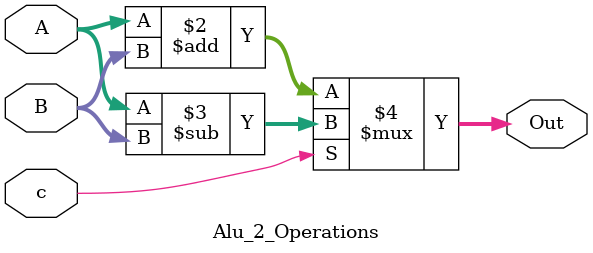
<source format=v>

`timescale 1ns / 1ps

module Alu_2_Operations(
	input [3:0] A,B,
	input c,
	output [3:0] Out
    );
	 
	 assign Out = c != 1 ? A+B : A-B;


endmodule

</source>
